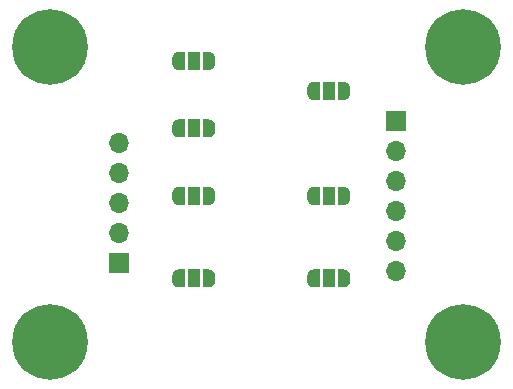
<source format=gbr>
%TF.GenerationSoftware,KiCad,Pcbnew,(5.1.9)-1*%
%TF.CreationDate,2021-04-28T11:17:24-03:00*%
%TF.ProjectId,1335_rev1,31333335-5f72-4657-9631-2e6b69636164,rev?*%
%TF.SameCoordinates,Original*%
%TF.FileFunction,Soldermask,Bot*%
%TF.FilePolarity,Negative*%
%FSLAX46Y46*%
G04 Gerber Fmt 4.6, Leading zero omitted, Abs format (unit mm)*
G04 Created by KiCad (PCBNEW (5.1.9)-1) date 2021-04-28 11:17:24*
%MOMM*%
%LPD*%
G01*
G04 APERTURE LIST*
%ADD10O,1.700000X1.700000*%
%ADD11R,1.700000X1.700000*%
%ADD12R,1.000000X1.500000*%
%ADD13C,0.100000*%
%ADD14C,6.400000*%
%ADD15C,0.800000*%
G04 APERTURE END LIST*
D10*
%TO.C,J1*%
X130810000Y-83185000D03*
X130810000Y-85725000D03*
X130810000Y-88265000D03*
X130810000Y-90805000D03*
D11*
X130810000Y-93345000D03*
%TD*%
D10*
%TO.C,J2*%
X154305000Y-93980000D03*
X154305000Y-91440000D03*
X154305000Y-88900000D03*
X154305000Y-86360000D03*
X154305000Y-83820000D03*
D11*
X154305000Y-81280000D03*
%TD*%
D12*
%TO.C,JP7*%
X137160000Y-81915000D03*
D13*
G36*
X135860000Y-82664398D02*
G01*
X135835466Y-82664398D01*
X135786635Y-82659588D01*
X135738510Y-82650016D01*
X135691555Y-82635772D01*
X135646222Y-82616995D01*
X135602949Y-82593864D01*
X135562150Y-82566604D01*
X135524221Y-82535476D01*
X135489524Y-82500779D01*
X135458396Y-82462850D01*
X135431136Y-82422051D01*
X135408005Y-82378778D01*
X135389228Y-82333445D01*
X135374984Y-82286490D01*
X135365412Y-82238365D01*
X135360602Y-82189534D01*
X135360602Y-82165000D01*
X135360000Y-82165000D01*
X135360000Y-81665000D01*
X135360602Y-81665000D01*
X135360602Y-81640466D01*
X135365412Y-81591635D01*
X135374984Y-81543510D01*
X135389228Y-81496555D01*
X135408005Y-81451222D01*
X135431136Y-81407949D01*
X135458396Y-81367150D01*
X135489524Y-81329221D01*
X135524221Y-81294524D01*
X135562150Y-81263396D01*
X135602949Y-81236136D01*
X135646222Y-81213005D01*
X135691555Y-81194228D01*
X135738510Y-81179984D01*
X135786635Y-81170412D01*
X135835466Y-81165602D01*
X135860000Y-81165602D01*
X135860000Y-81165000D01*
X136410000Y-81165000D01*
X136410000Y-82665000D01*
X135860000Y-82665000D01*
X135860000Y-82664398D01*
G37*
G36*
X137910000Y-81165000D02*
G01*
X138460000Y-81165000D01*
X138460000Y-81165602D01*
X138484534Y-81165602D01*
X138533365Y-81170412D01*
X138581490Y-81179984D01*
X138628445Y-81194228D01*
X138673778Y-81213005D01*
X138717051Y-81236136D01*
X138757850Y-81263396D01*
X138795779Y-81294524D01*
X138830476Y-81329221D01*
X138861604Y-81367150D01*
X138888864Y-81407949D01*
X138911995Y-81451222D01*
X138930772Y-81496555D01*
X138945016Y-81543510D01*
X138954588Y-81591635D01*
X138959398Y-81640466D01*
X138959398Y-81665000D01*
X138960000Y-81665000D01*
X138960000Y-82165000D01*
X138959398Y-82165000D01*
X138959398Y-82189534D01*
X138954588Y-82238365D01*
X138945016Y-82286490D01*
X138930772Y-82333445D01*
X138911995Y-82378778D01*
X138888864Y-82422051D01*
X138861604Y-82462850D01*
X138830476Y-82500779D01*
X138795779Y-82535476D01*
X138757850Y-82566604D01*
X138717051Y-82593864D01*
X138673778Y-82616995D01*
X138628445Y-82635772D01*
X138581490Y-82650016D01*
X138533365Y-82659588D01*
X138484534Y-82664398D01*
X138460000Y-82664398D01*
X138460000Y-82665000D01*
X137910000Y-82665000D01*
X137910000Y-81165000D01*
G37*
%TD*%
D12*
%TO.C,JP6*%
X137160000Y-94615000D03*
D13*
G36*
X135860000Y-95364398D02*
G01*
X135835466Y-95364398D01*
X135786635Y-95359588D01*
X135738510Y-95350016D01*
X135691555Y-95335772D01*
X135646222Y-95316995D01*
X135602949Y-95293864D01*
X135562150Y-95266604D01*
X135524221Y-95235476D01*
X135489524Y-95200779D01*
X135458396Y-95162850D01*
X135431136Y-95122051D01*
X135408005Y-95078778D01*
X135389228Y-95033445D01*
X135374984Y-94986490D01*
X135365412Y-94938365D01*
X135360602Y-94889534D01*
X135360602Y-94865000D01*
X135360000Y-94865000D01*
X135360000Y-94365000D01*
X135360602Y-94365000D01*
X135360602Y-94340466D01*
X135365412Y-94291635D01*
X135374984Y-94243510D01*
X135389228Y-94196555D01*
X135408005Y-94151222D01*
X135431136Y-94107949D01*
X135458396Y-94067150D01*
X135489524Y-94029221D01*
X135524221Y-93994524D01*
X135562150Y-93963396D01*
X135602949Y-93936136D01*
X135646222Y-93913005D01*
X135691555Y-93894228D01*
X135738510Y-93879984D01*
X135786635Y-93870412D01*
X135835466Y-93865602D01*
X135860000Y-93865602D01*
X135860000Y-93865000D01*
X136410000Y-93865000D01*
X136410000Y-95365000D01*
X135860000Y-95365000D01*
X135860000Y-95364398D01*
G37*
G36*
X137910000Y-93865000D02*
G01*
X138460000Y-93865000D01*
X138460000Y-93865602D01*
X138484534Y-93865602D01*
X138533365Y-93870412D01*
X138581490Y-93879984D01*
X138628445Y-93894228D01*
X138673778Y-93913005D01*
X138717051Y-93936136D01*
X138757850Y-93963396D01*
X138795779Y-93994524D01*
X138830476Y-94029221D01*
X138861604Y-94067150D01*
X138888864Y-94107949D01*
X138911995Y-94151222D01*
X138930772Y-94196555D01*
X138945016Y-94243510D01*
X138954588Y-94291635D01*
X138959398Y-94340466D01*
X138959398Y-94365000D01*
X138960000Y-94365000D01*
X138960000Y-94865000D01*
X138959398Y-94865000D01*
X138959398Y-94889534D01*
X138954588Y-94938365D01*
X138945016Y-94986490D01*
X138930772Y-95033445D01*
X138911995Y-95078778D01*
X138888864Y-95122051D01*
X138861604Y-95162850D01*
X138830476Y-95200779D01*
X138795779Y-95235476D01*
X138757850Y-95266604D01*
X138717051Y-95293864D01*
X138673778Y-95316995D01*
X138628445Y-95335772D01*
X138581490Y-95350016D01*
X138533365Y-95359588D01*
X138484534Y-95364398D01*
X138460000Y-95364398D01*
X138460000Y-95365000D01*
X137910000Y-95365000D01*
X137910000Y-93865000D01*
G37*
%TD*%
D12*
%TO.C,JP5*%
X137160000Y-87630000D03*
D13*
G36*
X135860000Y-88379398D02*
G01*
X135835466Y-88379398D01*
X135786635Y-88374588D01*
X135738510Y-88365016D01*
X135691555Y-88350772D01*
X135646222Y-88331995D01*
X135602949Y-88308864D01*
X135562150Y-88281604D01*
X135524221Y-88250476D01*
X135489524Y-88215779D01*
X135458396Y-88177850D01*
X135431136Y-88137051D01*
X135408005Y-88093778D01*
X135389228Y-88048445D01*
X135374984Y-88001490D01*
X135365412Y-87953365D01*
X135360602Y-87904534D01*
X135360602Y-87880000D01*
X135360000Y-87880000D01*
X135360000Y-87380000D01*
X135360602Y-87380000D01*
X135360602Y-87355466D01*
X135365412Y-87306635D01*
X135374984Y-87258510D01*
X135389228Y-87211555D01*
X135408005Y-87166222D01*
X135431136Y-87122949D01*
X135458396Y-87082150D01*
X135489524Y-87044221D01*
X135524221Y-87009524D01*
X135562150Y-86978396D01*
X135602949Y-86951136D01*
X135646222Y-86928005D01*
X135691555Y-86909228D01*
X135738510Y-86894984D01*
X135786635Y-86885412D01*
X135835466Y-86880602D01*
X135860000Y-86880602D01*
X135860000Y-86880000D01*
X136410000Y-86880000D01*
X136410000Y-88380000D01*
X135860000Y-88380000D01*
X135860000Y-88379398D01*
G37*
G36*
X137910000Y-86880000D02*
G01*
X138460000Y-86880000D01*
X138460000Y-86880602D01*
X138484534Y-86880602D01*
X138533365Y-86885412D01*
X138581490Y-86894984D01*
X138628445Y-86909228D01*
X138673778Y-86928005D01*
X138717051Y-86951136D01*
X138757850Y-86978396D01*
X138795779Y-87009524D01*
X138830476Y-87044221D01*
X138861604Y-87082150D01*
X138888864Y-87122949D01*
X138911995Y-87166222D01*
X138930772Y-87211555D01*
X138945016Y-87258510D01*
X138954588Y-87306635D01*
X138959398Y-87355466D01*
X138959398Y-87380000D01*
X138960000Y-87380000D01*
X138960000Y-87880000D01*
X138959398Y-87880000D01*
X138959398Y-87904534D01*
X138954588Y-87953365D01*
X138945016Y-88001490D01*
X138930772Y-88048445D01*
X138911995Y-88093778D01*
X138888864Y-88137051D01*
X138861604Y-88177850D01*
X138830476Y-88215779D01*
X138795779Y-88250476D01*
X138757850Y-88281604D01*
X138717051Y-88308864D01*
X138673778Y-88331995D01*
X138628445Y-88350772D01*
X138581490Y-88365016D01*
X138533365Y-88374588D01*
X138484534Y-88379398D01*
X138460000Y-88379398D01*
X138460000Y-88380000D01*
X137910000Y-88380000D01*
X137910000Y-86880000D01*
G37*
%TD*%
D12*
%TO.C,JP4*%
X137160000Y-76200000D03*
D13*
G36*
X135860000Y-76949398D02*
G01*
X135835466Y-76949398D01*
X135786635Y-76944588D01*
X135738510Y-76935016D01*
X135691555Y-76920772D01*
X135646222Y-76901995D01*
X135602949Y-76878864D01*
X135562150Y-76851604D01*
X135524221Y-76820476D01*
X135489524Y-76785779D01*
X135458396Y-76747850D01*
X135431136Y-76707051D01*
X135408005Y-76663778D01*
X135389228Y-76618445D01*
X135374984Y-76571490D01*
X135365412Y-76523365D01*
X135360602Y-76474534D01*
X135360602Y-76450000D01*
X135360000Y-76450000D01*
X135360000Y-75950000D01*
X135360602Y-75950000D01*
X135360602Y-75925466D01*
X135365412Y-75876635D01*
X135374984Y-75828510D01*
X135389228Y-75781555D01*
X135408005Y-75736222D01*
X135431136Y-75692949D01*
X135458396Y-75652150D01*
X135489524Y-75614221D01*
X135524221Y-75579524D01*
X135562150Y-75548396D01*
X135602949Y-75521136D01*
X135646222Y-75498005D01*
X135691555Y-75479228D01*
X135738510Y-75464984D01*
X135786635Y-75455412D01*
X135835466Y-75450602D01*
X135860000Y-75450602D01*
X135860000Y-75450000D01*
X136410000Y-75450000D01*
X136410000Y-76950000D01*
X135860000Y-76950000D01*
X135860000Y-76949398D01*
G37*
G36*
X137910000Y-75450000D02*
G01*
X138460000Y-75450000D01*
X138460000Y-75450602D01*
X138484534Y-75450602D01*
X138533365Y-75455412D01*
X138581490Y-75464984D01*
X138628445Y-75479228D01*
X138673778Y-75498005D01*
X138717051Y-75521136D01*
X138757850Y-75548396D01*
X138795779Y-75579524D01*
X138830476Y-75614221D01*
X138861604Y-75652150D01*
X138888864Y-75692949D01*
X138911995Y-75736222D01*
X138930772Y-75781555D01*
X138945016Y-75828510D01*
X138954588Y-75876635D01*
X138959398Y-75925466D01*
X138959398Y-75950000D01*
X138960000Y-75950000D01*
X138960000Y-76450000D01*
X138959398Y-76450000D01*
X138959398Y-76474534D01*
X138954588Y-76523365D01*
X138945016Y-76571490D01*
X138930772Y-76618445D01*
X138911995Y-76663778D01*
X138888864Y-76707051D01*
X138861604Y-76747850D01*
X138830476Y-76785779D01*
X138795779Y-76820476D01*
X138757850Y-76851604D01*
X138717051Y-76878864D01*
X138673778Y-76901995D01*
X138628445Y-76920772D01*
X138581490Y-76935016D01*
X138533365Y-76944588D01*
X138484534Y-76949398D01*
X138460000Y-76949398D01*
X138460000Y-76950000D01*
X137910000Y-76950000D01*
X137910000Y-75450000D01*
G37*
%TD*%
D12*
%TO.C,JP3*%
X148590000Y-94615000D03*
D13*
G36*
X147290000Y-95364398D02*
G01*
X147265466Y-95364398D01*
X147216635Y-95359588D01*
X147168510Y-95350016D01*
X147121555Y-95335772D01*
X147076222Y-95316995D01*
X147032949Y-95293864D01*
X146992150Y-95266604D01*
X146954221Y-95235476D01*
X146919524Y-95200779D01*
X146888396Y-95162850D01*
X146861136Y-95122051D01*
X146838005Y-95078778D01*
X146819228Y-95033445D01*
X146804984Y-94986490D01*
X146795412Y-94938365D01*
X146790602Y-94889534D01*
X146790602Y-94865000D01*
X146790000Y-94865000D01*
X146790000Y-94365000D01*
X146790602Y-94365000D01*
X146790602Y-94340466D01*
X146795412Y-94291635D01*
X146804984Y-94243510D01*
X146819228Y-94196555D01*
X146838005Y-94151222D01*
X146861136Y-94107949D01*
X146888396Y-94067150D01*
X146919524Y-94029221D01*
X146954221Y-93994524D01*
X146992150Y-93963396D01*
X147032949Y-93936136D01*
X147076222Y-93913005D01*
X147121555Y-93894228D01*
X147168510Y-93879984D01*
X147216635Y-93870412D01*
X147265466Y-93865602D01*
X147290000Y-93865602D01*
X147290000Y-93865000D01*
X147840000Y-93865000D01*
X147840000Y-95365000D01*
X147290000Y-95365000D01*
X147290000Y-95364398D01*
G37*
G36*
X149340000Y-93865000D02*
G01*
X149890000Y-93865000D01*
X149890000Y-93865602D01*
X149914534Y-93865602D01*
X149963365Y-93870412D01*
X150011490Y-93879984D01*
X150058445Y-93894228D01*
X150103778Y-93913005D01*
X150147051Y-93936136D01*
X150187850Y-93963396D01*
X150225779Y-93994524D01*
X150260476Y-94029221D01*
X150291604Y-94067150D01*
X150318864Y-94107949D01*
X150341995Y-94151222D01*
X150360772Y-94196555D01*
X150375016Y-94243510D01*
X150384588Y-94291635D01*
X150389398Y-94340466D01*
X150389398Y-94365000D01*
X150390000Y-94365000D01*
X150390000Y-94865000D01*
X150389398Y-94865000D01*
X150389398Y-94889534D01*
X150384588Y-94938365D01*
X150375016Y-94986490D01*
X150360772Y-95033445D01*
X150341995Y-95078778D01*
X150318864Y-95122051D01*
X150291604Y-95162850D01*
X150260476Y-95200779D01*
X150225779Y-95235476D01*
X150187850Y-95266604D01*
X150147051Y-95293864D01*
X150103778Y-95316995D01*
X150058445Y-95335772D01*
X150011490Y-95350016D01*
X149963365Y-95359588D01*
X149914534Y-95364398D01*
X149890000Y-95364398D01*
X149890000Y-95365000D01*
X149340000Y-95365000D01*
X149340000Y-93865000D01*
G37*
%TD*%
D12*
%TO.C,JP2*%
X148590000Y-87630000D03*
D13*
G36*
X147290000Y-88379398D02*
G01*
X147265466Y-88379398D01*
X147216635Y-88374588D01*
X147168510Y-88365016D01*
X147121555Y-88350772D01*
X147076222Y-88331995D01*
X147032949Y-88308864D01*
X146992150Y-88281604D01*
X146954221Y-88250476D01*
X146919524Y-88215779D01*
X146888396Y-88177850D01*
X146861136Y-88137051D01*
X146838005Y-88093778D01*
X146819228Y-88048445D01*
X146804984Y-88001490D01*
X146795412Y-87953365D01*
X146790602Y-87904534D01*
X146790602Y-87880000D01*
X146790000Y-87880000D01*
X146790000Y-87380000D01*
X146790602Y-87380000D01*
X146790602Y-87355466D01*
X146795412Y-87306635D01*
X146804984Y-87258510D01*
X146819228Y-87211555D01*
X146838005Y-87166222D01*
X146861136Y-87122949D01*
X146888396Y-87082150D01*
X146919524Y-87044221D01*
X146954221Y-87009524D01*
X146992150Y-86978396D01*
X147032949Y-86951136D01*
X147076222Y-86928005D01*
X147121555Y-86909228D01*
X147168510Y-86894984D01*
X147216635Y-86885412D01*
X147265466Y-86880602D01*
X147290000Y-86880602D01*
X147290000Y-86880000D01*
X147840000Y-86880000D01*
X147840000Y-88380000D01*
X147290000Y-88380000D01*
X147290000Y-88379398D01*
G37*
G36*
X149340000Y-86880000D02*
G01*
X149890000Y-86880000D01*
X149890000Y-86880602D01*
X149914534Y-86880602D01*
X149963365Y-86885412D01*
X150011490Y-86894984D01*
X150058445Y-86909228D01*
X150103778Y-86928005D01*
X150147051Y-86951136D01*
X150187850Y-86978396D01*
X150225779Y-87009524D01*
X150260476Y-87044221D01*
X150291604Y-87082150D01*
X150318864Y-87122949D01*
X150341995Y-87166222D01*
X150360772Y-87211555D01*
X150375016Y-87258510D01*
X150384588Y-87306635D01*
X150389398Y-87355466D01*
X150389398Y-87380000D01*
X150390000Y-87380000D01*
X150390000Y-87880000D01*
X150389398Y-87880000D01*
X150389398Y-87904534D01*
X150384588Y-87953365D01*
X150375016Y-88001490D01*
X150360772Y-88048445D01*
X150341995Y-88093778D01*
X150318864Y-88137051D01*
X150291604Y-88177850D01*
X150260476Y-88215779D01*
X150225779Y-88250476D01*
X150187850Y-88281604D01*
X150147051Y-88308864D01*
X150103778Y-88331995D01*
X150058445Y-88350772D01*
X150011490Y-88365016D01*
X149963365Y-88374588D01*
X149914534Y-88379398D01*
X149890000Y-88379398D01*
X149890000Y-88380000D01*
X149340000Y-88380000D01*
X149340000Y-86880000D01*
G37*
%TD*%
D12*
%TO.C,JP1*%
X148590000Y-78740000D03*
D13*
G36*
X147290000Y-79489398D02*
G01*
X147265466Y-79489398D01*
X147216635Y-79484588D01*
X147168510Y-79475016D01*
X147121555Y-79460772D01*
X147076222Y-79441995D01*
X147032949Y-79418864D01*
X146992150Y-79391604D01*
X146954221Y-79360476D01*
X146919524Y-79325779D01*
X146888396Y-79287850D01*
X146861136Y-79247051D01*
X146838005Y-79203778D01*
X146819228Y-79158445D01*
X146804984Y-79111490D01*
X146795412Y-79063365D01*
X146790602Y-79014534D01*
X146790602Y-78990000D01*
X146790000Y-78990000D01*
X146790000Y-78490000D01*
X146790602Y-78490000D01*
X146790602Y-78465466D01*
X146795412Y-78416635D01*
X146804984Y-78368510D01*
X146819228Y-78321555D01*
X146838005Y-78276222D01*
X146861136Y-78232949D01*
X146888396Y-78192150D01*
X146919524Y-78154221D01*
X146954221Y-78119524D01*
X146992150Y-78088396D01*
X147032949Y-78061136D01*
X147076222Y-78038005D01*
X147121555Y-78019228D01*
X147168510Y-78004984D01*
X147216635Y-77995412D01*
X147265466Y-77990602D01*
X147290000Y-77990602D01*
X147290000Y-77990000D01*
X147840000Y-77990000D01*
X147840000Y-79490000D01*
X147290000Y-79490000D01*
X147290000Y-79489398D01*
G37*
G36*
X149340000Y-77990000D02*
G01*
X149890000Y-77990000D01*
X149890000Y-77990602D01*
X149914534Y-77990602D01*
X149963365Y-77995412D01*
X150011490Y-78004984D01*
X150058445Y-78019228D01*
X150103778Y-78038005D01*
X150147051Y-78061136D01*
X150187850Y-78088396D01*
X150225779Y-78119524D01*
X150260476Y-78154221D01*
X150291604Y-78192150D01*
X150318864Y-78232949D01*
X150341995Y-78276222D01*
X150360772Y-78321555D01*
X150375016Y-78368510D01*
X150384588Y-78416635D01*
X150389398Y-78465466D01*
X150389398Y-78490000D01*
X150390000Y-78490000D01*
X150390000Y-78990000D01*
X150389398Y-78990000D01*
X150389398Y-79014534D01*
X150384588Y-79063365D01*
X150375016Y-79111490D01*
X150360772Y-79158445D01*
X150341995Y-79203778D01*
X150318864Y-79247051D01*
X150291604Y-79287850D01*
X150260476Y-79325779D01*
X150225779Y-79360476D01*
X150187850Y-79391604D01*
X150147051Y-79418864D01*
X150103778Y-79441995D01*
X150058445Y-79460772D01*
X150011490Y-79475016D01*
X149963365Y-79484588D01*
X149914534Y-79489398D01*
X149890000Y-79489398D01*
X149890000Y-79490000D01*
X149340000Y-79490000D01*
X149340000Y-77990000D01*
G37*
%TD*%
D14*
%TO.C,H1*%
X125000000Y-75000000D03*
D15*
X127400000Y-75000000D03*
X126697056Y-76697056D03*
X125000000Y-77400000D03*
X123302944Y-76697056D03*
X122600000Y-75000000D03*
X123302944Y-73302944D03*
X125000000Y-72600000D03*
X126697056Y-73302944D03*
%TD*%
%TO.C,H2*%
X161697056Y-73302944D03*
X160000000Y-72600000D03*
X158302944Y-73302944D03*
X157600000Y-75000000D03*
X158302944Y-76697056D03*
X160000000Y-77400000D03*
X161697056Y-76697056D03*
X162400000Y-75000000D03*
D14*
X160000000Y-75000000D03*
%TD*%
%TO.C,H3*%
X125000000Y-100000000D03*
D15*
X127400000Y-100000000D03*
X126697056Y-101697056D03*
X125000000Y-102400000D03*
X123302944Y-101697056D03*
X122600000Y-100000000D03*
X123302944Y-98302944D03*
X125000000Y-97600000D03*
X126697056Y-98302944D03*
%TD*%
%TO.C,H4*%
X161697056Y-98302944D03*
X160000000Y-97600000D03*
X158302944Y-98302944D03*
X157600000Y-100000000D03*
X158302944Y-101697056D03*
X160000000Y-102400000D03*
X161697056Y-101697056D03*
X162400000Y-100000000D03*
D14*
X160000000Y-100000000D03*
%TD*%
M02*

</source>
